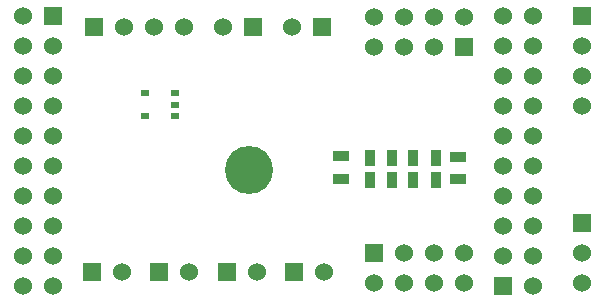
<source format=gbs>
G04 (created by PCBNEW (2013-may-18)-stable) date Вт 24 ноя 2015 00:04:13*
%MOIN*%
G04 Gerber Fmt 3.4, Leading zero omitted, Abs format*
%FSLAX34Y34*%
G01*
G70*
G90*
G04 APERTURE LIST*
%ADD10C,0.00590551*%
%ADD11R,0.06X0.06*%
%ADD12C,0.06*%
%ADD13R,0.035X0.055*%
%ADD14R,0.055X0.035*%
%ADD15C,0.16*%
%ADD16R,0.03X0.02*%
G04 APERTURE END LIST*
G54D10*
G54D11*
X29814Y-27322D03*
G54D12*
X30814Y-27322D03*
G54D13*
X38286Y-23503D03*
X39036Y-23503D03*
X37579Y-24251D03*
X36829Y-24251D03*
X37579Y-23503D03*
X36829Y-23503D03*
X38286Y-24251D03*
X39036Y-24251D03*
G54D14*
X35885Y-24193D03*
X35885Y-23443D03*
X39783Y-23463D03*
X39783Y-24213D03*
G54D11*
X36984Y-26665D03*
G54D12*
X36984Y-27665D03*
X37984Y-26665D03*
X37984Y-27665D03*
X38984Y-26665D03*
X38984Y-27665D03*
X39984Y-26665D03*
X39984Y-27665D03*
G54D11*
X39984Y-19791D03*
G54D12*
X39984Y-18791D03*
X38984Y-19791D03*
X38984Y-18791D03*
X37984Y-19791D03*
X37984Y-18791D03*
X36984Y-19791D03*
X36984Y-18791D03*
G54D11*
X27633Y-19133D03*
G54D12*
X28633Y-19133D03*
X29633Y-19133D03*
X30633Y-19133D03*
G54D11*
X43897Y-18775D03*
G54D12*
X43897Y-19775D03*
X43897Y-20775D03*
X43897Y-21775D03*
G54D11*
X43897Y-25673D03*
G54D12*
X43897Y-26673D03*
X43897Y-27673D03*
G54D11*
X27570Y-27322D03*
G54D12*
X28570Y-27322D03*
G54D11*
X35224Y-19133D03*
G54D12*
X34224Y-19133D03*
G54D11*
X32940Y-19133D03*
G54D12*
X31940Y-19133D03*
G54D11*
X32059Y-27322D03*
G54D12*
X33059Y-27322D03*
G54D11*
X34303Y-27322D03*
G54D12*
X35303Y-27322D03*
G54D15*
X32795Y-23897D03*
G54D11*
X26287Y-18767D03*
G54D12*
X25287Y-18767D03*
X26287Y-19767D03*
X25287Y-19767D03*
X26287Y-20767D03*
X25287Y-20767D03*
X26287Y-21767D03*
X25287Y-21767D03*
X26287Y-22767D03*
X25287Y-22767D03*
X26287Y-23767D03*
X25287Y-23767D03*
X26287Y-24767D03*
X25287Y-24767D03*
X26287Y-25767D03*
X25287Y-25767D03*
X26287Y-26767D03*
X25287Y-26767D03*
X26287Y-27767D03*
X25287Y-27767D03*
G54D11*
X41287Y-27767D03*
G54D12*
X42287Y-27767D03*
X41287Y-26767D03*
X42287Y-26767D03*
X41287Y-25767D03*
X42287Y-25767D03*
X41287Y-24767D03*
X42287Y-24767D03*
X41287Y-23767D03*
X42287Y-23767D03*
X41287Y-22767D03*
X42287Y-22767D03*
X41287Y-21767D03*
X42287Y-21767D03*
X41287Y-20767D03*
X42287Y-20767D03*
X41287Y-19767D03*
X42287Y-19767D03*
X41287Y-18767D03*
X42287Y-18767D03*
G54D16*
X30352Y-21357D03*
X30352Y-22107D03*
X29352Y-21357D03*
X30352Y-21732D03*
X29352Y-22107D03*
M02*

</source>
